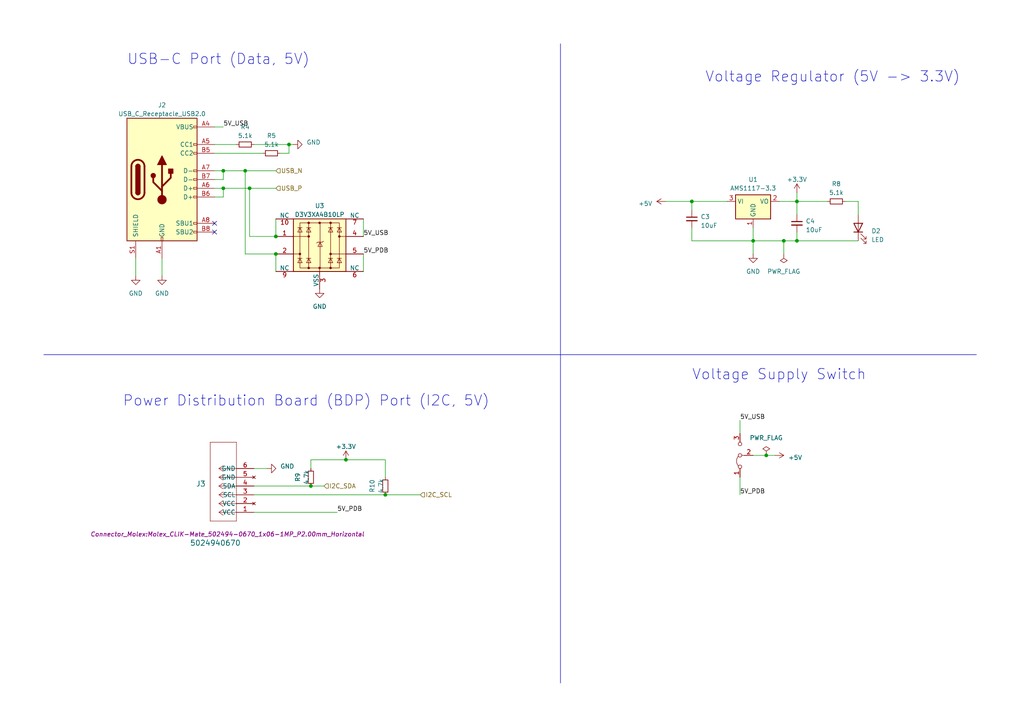
<source format=kicad_sch>
(kicad_sch (version 20230121) (generator eeschema)
  (paper "A4")
  (lib_symbols
    (symbol "2024-04-08_11-05-54:5024940670" (pin_names (offset 0.254))
      (property "Reference" "J3" (at 29.21 -14.605 0))
      (property "Value" "5024940670" (at 19.05 2.54 0))
      (property "Footprint" "Connector_Molex:Molex_CLIK-Mate_502494-0670_1x06-1MP_P2.00mm_Horizontal" (at 22.86 0 0))
      (symbol "5024940670_1_1"
        (polyline (pts (xy 20.32 -26.67) (xy 27.94 -26.67)) (stroke (width 0.127)))
        (polyline (pts (xy 20.32 -3.81) (xy 20.32 -26.67)) (stroke (width 0.127)))
        (polyline (pts (xy 25.4 -19.05) (xy 20.32 -19.05)) (stroke (width 0.127)))
        (polyline (pts (xy 25.4 -19.05) (xy 24.13 -19.8967)) (stroke (width 0.127)))
        (polyline (pts (xy 25.4 -19.05) (xy 24.13 -18.2033)) (stroke (width 0.127)))
        (polyline (pts (xy 25.4 -16.51) (xy 20.32 -16.51)))
        (polyline (pts (xy 25.4 -16.51) (xy 24.13 -17.3567)) (stroke (width 0.127)))
        (polyline (pts (xy 25.4 -16.51) (xy 24.13 -15.6633)) (stroke (width 0.127)))
        (polyline (pts (xy 25.4 -13.97) (xy 20.32 -13.97)) (stroke (width 0.127)))
        (polyline (pts (xy 25.4 -13.97) (xy 24.13 -14.8167)) (stroke (width 0.127)))
        (polyline (pts (xy 25.4 -13.97) (xy 24.13 -13.1233)) (stroke (width 0.127)))
        (polyline (pts (xy 25.4 -11.43) (xy 20.32 -11.43)) (stroke (width 0.127)))
        (polyline (pts (xy 25.4 -11.43) (xy 24.13 -12.2767)) (stroke (width 0.127)))
        (polyline (pts (xy 25.4 -11.43) (xy 24.13 -10.5833)) (stroke (width 0.127)))
        (polyline (pts (xy 25.4 -8.89) (xy 20.32 -8.89)) (stroke (width 0.127)))
        (polyline (pts (xy 25.4 -8.89) (xy 24.13 -9.7367)) (stroke (width 0.127)))
        (polyline (pts (xy 25.4 -8.89) (xy 24.13 -8.0433)) (stroke (width 0.127)))
        (polyline (pts (xy 25.4 -6.35) (xy 20.32 -6.35)) (stroke (width 0.127)))
        (polyline (pts (xy 25.4 -6.35) (xy 24.13 -7.1967)) (stroke (width 0.127)))
        (polyline (pts (xy 25.4 -6.35) (xy 24.13 -5.5033)) (stroke (width 0.127)))
        (polyline (pts (xy 27.94 -26.67) (xy 27.94 -3.81)) (stroke (width 0.127)))
        (polyline (pts (xy 27.94 -3.81) (xy 20.32 -3.81)) (stroke (width 0.127)))
        (pin power_out line (at 15.24 -6.35 0) (length 5.08) (name "VCC") (number "1"))
        (pin no_connect line (at 15.24 -8.89 0) (length 5.08) (name "VCC") (number "2"))
        (pin bidirectional line (at 15.24 -11.43 0) (length 5.08) (name "SCL") (number "3"))
        (pin bidirectional line (at 15.24 -13.97 0) (length 5.08) (name "SDA") (number "4"))
        (pin no_connect line (at 15.24 -16.51 0) (length 5.08) (name "GND") (number "5"))
        (pin power_in line (at 15.24 -19.05 0) (length 5.08) (name "GND") (number "6"))
      )
      (symbol "5024940670_1_2"
        (polyline (pts (xy 5.08 -20.32) (xy 12.7 -20.32)) (stroke (width 0.127)))
        (polyline (pts (xy 5.08 2.54) (xy 5.08 -20.32)) (stroke (width 0.127)))
        (polyline (pts (xy 7.62 -17.78) (xy 5.08 -17.78)) (stroke (width 0.127)))
        (polyline (pts (xy 7.62 -17.78) (xy 8.89 -18.6267)) (stroke (width 0.127)))
        (polyline (pts (xy 7.62 -17.78) (xy 8.89 -16.9333)) (stroke (width 0.127)))
        (polyline (pts (xy 7.62 -15.24) (xy 5.08 -15.24)) (stroke (width 0.127)))
        (polyline (pts (xy 7.62 -15.24) (xy 8.89 -16.0867)) (stroke (width 0.127)))
        (polyline (pts (xy 7.62 -15.24) (xy 8.89 -14.3933)) (stroke (width 0.127)))
        (polyline (pts (xy 7.62 -12.7) (xy 5.08 -12.7)) (stroke (width 0.127)))
        (polyline (pts (xy 7.62 -12.7) (xy 8.89 -13.5467)) (stroke (width 0.127)))
        (polyline (pts (xy 7.62 -12.7) (xy 8.89 -11.8533)) (stroke (width 0.127)))
        (polyline (pts (xy 7.62 -10.16) (xy 5.08 -10.16)) (stroke (width 0.127)))
        (polyline (pts (xy 7.62 -10.16) (xy 8.89 -11.0067)) (stroke (width 0.127)))
        (polyline (pts (xy 7.62 -10.16) (xy 8.89 -9.3133)) (stroke (width 0.127)))
        (polyline (pts (xy 7.62 -7.62) (xy 5.08 -7.62)) (stroke (width 0.127)))
        (polyline (pts (xy 7.62 -7.62) (xy 8.89 -8.4667)) (stroke (width 0.127)))
        (polyline (pts (xy 7.62 -7.62) (xy 8.89 -6.7733)) (stroke (width 0.127)))
        (polyline (pts (xy 7.62 -5.08) (xy 5.08 -5.08)) (stroke (width 0.127)))
        (polyline (pts (xy 7.62 -5.08) (xy 8.89 -5.9267)) (stroke (width 0.127)))
        (polyline (pts (xy 7.62 -5.08) (xy 8.89 -4.2333)) (stroke (width 0.127)))
        (polyline (pts (xy 7.62 -2.54) (xy 5.08 -2.54)) (stroke (width 0.127)))
        (polyline (pts (xy 7.62 -2.54) (xy 8.89 -3.3867)) (stroke (width 0.127)))
        (polyline (pts (xy 7.62 -2.54) (xy 8.89 -1.6933)) (stroke (width 0.127)))
        (polyline (pts (xy 7.62 0) (xy 5.08 0)) (stroke (width 0.127)))
        (polyline (pts (xy 7.62 0) (xy 8.89 -0.8467)) (stroke (width 0.127)))
        (polyline (pts (xy 7.62 0) (xy 8.89 0.8467)) (stroke (width 0.127)))
        (polyline (pts (xy 12.7 -20.32) (xy 12.7 2.54)) (stroke (width 0.127)))
        (polyline (pts (xy 12.7 2.54) (xy 5.08 2.54)) (stroke (width 0.127)))
        (pin unspecified line (at 0 0 0) (length 5.08) (name "1") (number "1"))
        (pin unspecified line (at 0 -2.54 0) (length 5.08) (name "2") (number "2"))
        (pin unspecified line (at 0 -5.08 0) (length 5.08) (name "3") (number "3"))
        (pin unspecified line (at 0 -7.62 0) (length 5.08) (name "4") (number "4"))
        (pin unspecified line (at 0 -10.16 0) (length 5.08) (name "5") (number "5"))
        (pin unspecified line (at 0 -12.7 0) (length 5.08) (name "6") (number "6"))
        (pin unspecified line (at 0 -15.24 0) (length 5.08) (name "7") (number "7"))
        (pin unspecified line (at 0 -17.78 0) (length 5.08) (name "8") (number "8"))
      )
    )
    (symbol "Connector:USB_C_Receptacle_USB2.0" (pin_names (offset 1.016))
      (property "Reference" "J" (at -10.16 19.05 0))
      (property "Value" "USB_C_Receptacle_USB2.0" (at 19.05 19.05 0))
      (symbol "USB_C_Receptacle_USB2.0_0_0"
        (rectangle (start -0.254 -17.78) (end 0.254 -16.764))
        (rectangle (start 10.16 -14.986) (end 9.144 -15.494))
        (rectangle (start 10.16 -12.446) (end 9.144 -12.954))
        (rectangle (start 10.16 -4.826) (end 9.144 -5.334))
        (rectangle (start 10.16 -2.286) (end 9.144 -2.794))
        (rectangle (start 10.16 0.254) (end 9.144 -0.254))
        (rectangle (start 10.16 2.794) (end 9.144 2.286))
        (rectangle (start 10.16 7.874) (end 9.144 7.366))
        (rectangle (start 10.16 10.414) (end 9.144 9.906))
        (rectangle (start 10.16 15.494) (end 9.144 14.986))
      )
      (symbol "USB_C_Receptacle_USB2.0_0_1"
        (rectangle (start -10.16 17.78) (end 10.16 -17.78) (stroke (width 0.254)) (fill (type background)))
        (arc (start -8.89 -3.81) (mid -6.985 -5.7067) (end -5.08 -3.81) (stroke (width 0.508)))
        (arc (start -7.62 -3.81) (mid -6.985 -4.4423) (end -6.35 -3.81) (stroke (width 0.254)))
        (arc (start -7.62 -3.81) (mid -6.985 -4.4423) (end -6.35 -3.81) (stroke (width 0.254)) (fill (type outline)))
        (rectangle (start -7.62 -3.81) (end -6.35 3.81) (stroke (width 0.254)) (fill (type outline)))
        (arc (start -6.35 3.81) (mid -6.985 4.4423) (end -7.62 3.81) (stroke (width 0.254)))
        (arc (start -6.35 3.81) (mid -6.985 4.4423) (end -7.62 3.81) (stroke (width 0.254)) (fill (type outline)))
        (arc (start -5.08 3.81) (mid -6.985 5.7067) (end -8.89 3.81) (stroke (width 0.508)))
        (circle (center -2.54 1.143) (radius 0.635) (stroke (width 0.254)) (fill (type outline)))
        (circle (center 0 -5.842) (radius 1.27) (fill (type outline)))
        (polyline (pts (xy -8.89 -3.81) (xy -8.89 3.81)) (stroke (width 0.508)))
        (polyline (pts (xy -5.08 3.81) (xy -5.08 -3.81)) (stroke (width 0.508)))
        (polyline (pts (xy 0 -5.842) (xy 0 4.318)) (stroke (width 0.508)))
        (polyline (pts (xy 0 -3.302) (xy -2.54 -0.762) (xy -2.54 0.508)) (stroke (width 0.508)))
        (polyline (pts (xy 0 -2.032) (xy 2.54 0.508) (xy 2.54 1.778)) (stroke (width 0.508)))
        (polyline (pts (xy -1.27 4.318) (xy 0 6.858) (xy 1.27 4.318) (xy -1.27 4.318)) (stroke (width 0.254)) (fill (type outline)))
        (rectangle (start 1.905 1.778) (end 3.175 3.048) (stroke (width 0.254)) (fill (type outline)))
      )
      (symbol "USB_C_Receptacle_USB2.0_1_1"
        (pin passive line (at 0 -22.86 90) (length 5.08) (name "GND") (number "A1"))
        (pin passive line (at 0 -22.86 90) (length 5.08) hide (name "GND") (number "A12"))
        (pin passive line (at 15.24 15.24 180) (length 5.08) (name "VBUS") (number "A4"))
        (pin bidirectional line (at 15.24 10.16 180) (length 5.08) (name "CC1") (number "A5"))
        (pin bidirectional line (at 15.24 -2.54 180) (length 5.08) (name "D+") (number "A6"))
        (pin bidirectional line (at 15.24 2.54 180) (length 5.08) (name "D-") (number "A7"))
        (pin bidirectional line (at 15.24 -12.7 180) (length 5.08) (name "SBU1") (number "A8"))
        (pin passive line (at 15.24 15.24 180) (length 5.08) hide (name "VBUS") (number "A9"))
        (pin passive line (at 0 -22.86 90) (length 5.08) hide (name "GND") (number "B1"))
        (pin passive line (at 0 -22.86 90) (length 5.08) hide (name "GND") (number "B12"))
        (pin passive line (at 15.24 15.24 180) (length 5.08) hide (name "VBUS") (number "B4"))
        (pin bidirectional line (at 15.24 7.62 180) (length 5.08) (name "CC2") (number "B5"))
        (pin bidirectional line (at 15.24 -5.08 180) (length 5.08) (name "D+") (number "B6"))
        (pin bidirectional line (at 15.24 0 180) (length 5.08) (name "D-") (number "B7"))
        (pin bidirectional line (at 15.24 -15.24 180) (length 5.08) (name "SBU2") (number "B8"))
        (pin passive line (at 15.24 15.24 180) (length 5.08) hide (name "VBUS") (number "B9"))
        (pin passive line (at -7.62 -22.86 90) (length 5.08) (name "SHIELD") (number "S1"))
      )
    )
    (symbol "Device:C_Small" (pin_numbers hide) (pin_names (offset 0.254) hide)
      (property "Reference" "C" (at 0.254 1.778 0))
      (property "Value" "C_Small" (at 0.254 -2.032 0))
      (symbol "C_Small_0_1"
        (polyline (pts (xy -1.524 -0.508) (xy 1.524 -0.508)) (stroke (width 0.3302)))
        (polyline (pts (xy -1.524 0.508) (xy 1.524 0.508)) (stroke (width 0.3048)))
      )
      (symbol "C_Small_1_1"
        (pin passive line (at 0 2.54 270) (length 2.032) (name "~") (number "1"))
        (pin passive line (at 0 -2.54 90) (length 2.032) (name "~") (number "2"))
      )
    )
    (symbol "Device:LED" (pin_numbers hide) (pin_names (offset 1.016) hide)
      (property "Reference" "D" (at 0 2.54 0))
      (property "Value" "LED" (at 0 -2.54 0))
      (symbol "LED_0_1"
        (polyline (pts (xy -1.27 -1.27) (xy -1.27 1.27)) (stroke (width 0.254)))
        (polyline (pts (xy -1.27 0) (xy 1.27 0)))
        (polyline (pts (xy 1.27 -1.27) (xy 1.27 1.27) (xy -1.27 0) (xy 1.27 -1.27)) (stroke (width 0.254)))
        (polyline (pts (xy -3.048 -0.762) (xy -4.572 -2.286) (xy -3.81 -2.286) (xy -4.572 -2.286) (xy -4.572 -1.524)))
        (polyline (pts (xy -1.778 -0.762) (xy -3.302 -2.286) (xy -2.54 -2.286) (xy -3.302 -2.286) (xy -3.302 -1.524)))
      )
      (symbol "LED_1_1"
        (pin passive line (at -3.81 0 0) (length 2.54) (name "K") (number "1"))
        (pin passive line (at 3.81 0 180) (length 2.54) (name "A") (number "2"))
      )
    )
    (symbol "Device:R_Small" (pin_numbers hide) (pin_names (offset 0.254) hide)
      (property "Reference" "R" (at 0.762 0.508 0))
      (property "Value" "R_Small" (at 0.762 -1.016 0))
      (symbol "R_Small_0_1"
        (rectangle (start -0.762 1.778) (end 0.762 -1.778) (stroke (width 0.2032)))
      )
      (symbol "R_Small_1_1"
        (pin passive line (at 0 2.54 270) (length 0.762) (name "~") (number "1"))
        (pin passive line (at 0 -2.54 90) (length 0.762) (name "~") (number "2"))
      )
    )
    (symbol "Jumper:Jumper_3_Bridged12" (pin_names (offset 0) hide)
      (property "Reference" "JP" (at -2.54 -2.54 0))
      (property "Value" "Jumper_3_Bridged12" (at 0 2.794 0))
      (symbol "Jumper_3_Bridged12_0_0"
        (circle (center -3.302 0) (radius 0.508))
        (circle (center 0 0) (radius 0.508))
        (circle (center 3.302 0) (radius 0.508))
      )
      (symbol "Jumper_3_Bridged12_0_1"
        (arc (start -0.254 0.508) (mid -1.651 0.9912) (end -3.048 0.508))
        (polyline (pts (xy 0 -1.27) (xy 0 -0.508)))
      )
      (symbol "Jumper_3_Bridged12_1_1"
        (pin passive line (at -6.35 0 0) (length 2.54) (name "A") (number "1"))
        (pin passive line (at 0 -3.81 90) (length 2.54) (name "C") (number "2"))
        (pin passive line (at 6.35 0 180) (length 2.54) (name "B") (number "3"))
      )
    )
    (symbol "Power_Protection:D3V3XA4B10LP" (pin_names (offset 0))
      (property "Reference" "U" (at -0.635 8.89 0))
      (property "Value" "D3V3XA4B10LP" (at 8.89 -10.16 0))
      (symbol "D3V3XA4B10LP_0_0"
        (rectangle (start -5.715 6.477) (end 5.715 -6.604))
        (polyline (pts (xy -3.175 -6.604) (xy -3.175 6.477)))
        (polyline (pts (xy 0.127 6.477) (xy 0.127 -6.604)))
        (polyline (pts (xy 3.175 6.477) (xy 3.175 -6.604)))
      )
      (symbol "D3V3XA4B10LP_0_1"
        (rectangle (start -7.62 7.62) (end 7.62 -7.62) (stroke (width 0.254)) (fill (type background)))
        (circle (center -5.715 -2.54) (radius 0.2794) (fill (type outline)))
        (circle (center -3.175 -6.604) (radius 0.2794) (fill (type outline)))
        (circle (center -3.175 2.54) (radius 0.2794) (fill (type outline)))
        (circle (center -3.175 6.477) (radius 0.2794) (fill (type outline)))
        (circle (center 0 -6.604) (radius 0.2794) (fill (type outline)))
        (polyline (pts (xy -7.747 2.54) (xy -3.175 2.54)))
        (polyline (pts (xy -7.62 -2.54) (xy -5.715 -2.54)))
        (polyline (pts (xy -5.08 -3.81) (xy -6.35 -3.81)))
        (polyline (pts (xy -5.08 5.08) (xy -6.35 5.08)))
        (polyline (pts (xy -2.54 -3.81) (xy -3.81 -3.81)))
        (polyline (pts (xy -2.54 5.08) (xy -3.81 5.08)))
        (polyline (pts (xy -0.508 0.889) (xy -0.889 0.635)))
        (polyline (pts (xy 0 -6.604) (xy 0 -7.62)))
        (polyline (pts (xy 0.762 0.889) (xy -0.508 0.889)))
        (polyline (pts (xy 0.762 0.889) (xy 1.143 1.143)))
        (polyline (pts (xy 3.81 -3.81) (xy 2.54 -3.81)))
        (polyline (pts (xy 3.81 5.08) (xy 2.54 5.08)))
        (polyline (pts (xy 6.35 -3.81) (xy 5.08 -3.81)))
        (polyline (pts (xy 6.35 5.08) (xy 5.08 5.08)))
        (polyline (pts (xy 7.62 -2.54) (xy 3.175 -2.54)))
        (polyline (pts (xy 7.62 2.54) (xy 5.715 2.54)))
        (polyline (pts (xy -5.08 -5.08) (xy -6.35 -5.08) (xy -5.715 -3.81) (xy -5.08 -5.08)))
        (polyline (pts (xy -5.08 3.81) (xy -6.35 3.81) (xy -5.715 5.08) (xy -5.08 3.81)))
        (polyline (pts (xy -2.54 -5.08) (xy -3.81 -5.08) (xy -3.175 -3.81) (xy -2.54 -5.08)))
        (polyline (pts (xy -2.54 3.81) (xy -3.81 3.81) (xy -3.175 5.08) (xy -2.54 3.81)))
        (polyline (pts (xy 0.762 -0.381) (xy -0.508 -0.381) (xy 0.127 0.889) (xy 0.762 -0.381)))
        (polyline (pts (xy 3.81 -5.08) (xy 2.54 -5.08) (xy 3.175 -3.81) (xy 3.81 -5.08)))
        (polyline (pts (xy 3.81 3.81) (xy 2.54 3.81) (xy 3.175 5.08) (xy 3.81 3.81)))
        (polyline (pts (xy 6.35 -5.08) (xy 5.08 -5.08) (xy 5.715 -3.81) (xy 6.35 -5.08)))
        (polyline (pts (xy 6.35 3.81) (xy 5.08 3.81) (xy 5.715 5.08) (xy 6.35 3.81)))
        (circle (center 0 6.477) (radius 0.2794) (fill (type outline)))
        (circle (center 3.175 -6.604) (radius 0.2794) (fill (type outline)))
        (circle (center 3.175 -2.54) (radius 0.2794) (fill (type outline)))
        (circle (center 3.175 6.477) (radius 0.2794) (fill (type outline)))
        (circle (center 5.715 2.54) (radius 0.2794) (fill (type outline)))
      )
      (symbol "D3V3XA4B10LP_1_1"
        (pin passive line (at -12.7 2.54 0) (length 5.08) (name "~") (number "1"))
        (pin free line (at -12.7 7.62 0) (length 5.08) (name "NC") (number "10"))
        (pin passive line (at -12.7 -2.54 0) (length 5.08) (name "~") (number "2"))
        (pin power_in line (at 0 -12.7 90) (length 5.08) (name "VSS") (number "3"))
        (pin passive line (at 12.7 2.54 180) (length 5.08) (name "~") (number "4"))
        (pin passive line (at 12.7 -2.54 180) (length 5.08) (name "~") (number "5"))
        (pin free line (at 12.7 -7.62 180) (length 5.08) (name "NC") (number "6"))
        (pin free line (at 12.7 7.62 180) (length 5.08) (name "NC") (number "7"))
        (pin passive line (at 0 -12.7 90) (length 5.08) hide (name "VSS") (number "8"))
        (pin free line (at -12.7 -7.62 0) (length 5.08) (name "NC") (number "9"))
      )
    )
    (symbol "Regulator_Linear:AMS1117-3.3"
      (property "Reference" "U" (at -3.81 3.175 0))
      (property "Value" "AMS1117-3.3" (at 0 3.175 0))
      (symbol "AMS1117-3.3_0_1"
        (rectangle (start -5.08 -5.08) (end 5.08 1.905) (stroke (width 0.254)) (fill (type background)))
      )
      (symbol "AMS1117-3.3_1_1"
        (pin power_in line (at 0 -7.62 90) (length 2.54) (name "GND") (number "1"))
        (pin power_out line (at 7.62 0 180) (length 2.54) (name "VO") (number "2"))
        (pin power_in line (at -7.62 0 0) (length 2.54) (name "VI") (number "3"))
      )
    )
    (symbol "power:+3.3V" (power) (pin_names (offset 0))
      (property "Value" "+3.3V" (at 0 3.556 0))
      (symbol "+3.3V_0_1"
        (polyline (pts (xy -0.762 1.27) (xy 0 2.54)))
        (polyline (pts (xy 0 0) (xy 0 2.54)))
        (polyline (pts (xy 0 2.54) (xy 0.762 1.27)))
      )
      (symbol "+3.3V_1_1"
        (pin power_in line (at 0 0 90) (length 0) hide (name "+3.3V") (number "1"))
      )
    )
    (symbol "power:+5V" (power) (pin_names (offset 0))
      (property "Value" "+5V" (at 0 3.556 0))
      (symbol "+5V_0_1"
        (polyline (pts (xy -0.762 1.27) (xy 0 2.54)))
        (polyline (pts (xy 0 0) (xy 0 2.54)))
        (polyline (pts (xy 0 2.54) (xy 0.762 1.27)))
      )
      (symbol "+5V_1_1"
        (pin power_in line (at 0 0 90) (length 0) hide (name "+5V") (number "1"))
      )
    )
    (symbol "power:GND" (power) (pin_names (offset 0))
      (property "Value" "GND" (at 0 -3.81 0))
      (symbol "GND_0_1"
        (polyline (pts (xy 0 0) (xy 0 -1.27) (xy 1.27 -1.27) (xy 0 -2.54) (xy -1.27 -1.27) (xy 0 -1.27)))
      )
      (symbol "GND_1_1"
        (pin power_in line (at 0 0 270) (length 0) hide (name "GND") (number "1"))
      )
    )
    (symbol "power:PWR_FLAG" (power) (pin_numbers hide) (pin_names (offset 0) hide)
      (property "Value" "PWR_FLAG" (at 0 3.81 0))
      (symbol "PWR_FLAG_0_0"
        (pin power_out line (at 0 0 90) (length 0) (name "pwr") (number "1"))
      )
      (symbol "PWR_FLAG_0_1"
        (polyline (pts (xy 0 0) (xy 0 1.27) (xy -1.016 1.905) (xy 0 2.54) (xy 1.016 1.905) (xy 0 1.27)))
      )
    )
  )
  (junction (at 80.01 73.66))
  (junction (at 222.25 132.08))
  (junction (at 231.14 69.85))
  (junction (at 64.77 49.53))
  (junction (at 218.44 69.85))
  (junction (at 72.39 54.61))
  (junction (at 80.01 68.58))
  (junction (at 100.33 133.35))
  (junction (at 83.82 41.91))
  (junction (at 200.66 58.42))
  (junction (at 227.33 69.85))
  (junction (at 71.12 49.53))
  (junction (at 64.77 54.61))
  (junction (at 231.14 58.42))
  (junction (at 90.17 140.97))
  (junction (at 111.76 143.51))
  (no_connect (at 62.23 67.31))
  (no_connect (at 62.23 64.77))
  (wire (pts (xy 214.63 121.92) (xy 214.63 125.73)))
  (wire (pts (xy 200.66 58.42) (xy 210.82 58.42)))
  (polyline (pts (xy 12.7 102.87) (xy 283.21 102.87)))
  (wire (pts (xy 71.12 73.66) (xy 71.12 49.53)))
  (wire (pts (xy 231.14 58.42) (xy 240.03 58.42)))
  (wire (pts (xy 248.92 69.85) (xy 231.14 69.85)))
  (wire (pts (xy 64.77 57.15) (xy 62.23 57.15)))
  (wire (pts (xy 200.66 58.42) (xy 200.66 60.96)))
  (wire (pts (xy 105.41 73.66) (xy 105.41 78.74)))
  (wire (pts (xy 214.63 138.43) (xy 214.63 143.51)))
  (wire (pts (xy 80.01 63.5) (xy 80.01 68.58)))
  (wire (pts (xy 73.66 148.59) (xy 97.79 148.59)))
  (wire (pts (xy 62.23 44.45) (xy 76.2 44.45)))
  (wire (pts (xy 71.12 73.66) (xy 80.01 73.66)))
  (wire (pts (xy 227.33 69.85) (xy 231.14 69.85)))
  (wire (pts (xy 81.28 44.45) (xy 83.82 44.45)))
  (wire (pts (xy 73.66 41.91) (xy 83.82 41.91)))
  (wire (pts (xy 73.66 140.97) (xy 90.17 140.97)))
  (wire (pts (xy 62.23 41.91) (xy 68.58 41.91)))
  (wire (pts (xy 80.01 73.66) (xy 80.01 78.74)))
  (wire (pts (xy 72.39 68.58) (xy 72.39 54.61)))
  (wire (pts (xy 111.76 133.35) (xy 111.76 138.43)))
  (wire (pts (xy 227.33 69.85) (xy 218.44 69.85)))
  (polyline (pts (xy 162.56 12.7) (xy 162.56 198.12)))
  (wire (pts (xy 62.23 54.61) (xy 64.77 54.61)))
  (wire (pts (xy 200.66 69.85) (xy 218.44 69.85)))
  (wire (pts (xy 72.39 54.61) (xy 80.01 54.61)))
  (wire (pts (xy 121.92 143.51) (xy 111.76 143.51)))
  (wire (pts (xy 111.76 143.51) (xy 73.66 143.51)))
  (wire (pts (xy 64.77 49.53) (xy 71.12 49.53)))
  (wire (pts (xy 231.14 58.42) (xy 231.14 62.23)))
  (wire (pts (xy 231.14 67.31) (xy 231.14 69.85)))
  (wire (pts (xy 100.33 133.35) (xy 111.76 133.35)))
  (wire (pts (xy 62.23 52.07) (xy 64.77 52.07)))
  (wire (pts (xy 64.77 54.61) (xy 72.39 54.61)))
  (wire (pts (xy 231.14 55.88) (xy 231.14 58.42)))
  (wire (pts (xy 64.77 49.53) (xy 64.77 52.07)))
  (wire (pts (xy 218.44 132.08) (xy 222.25 132.08)))
  (wire (pts (xy 218.44 66.04) (xy 218.44 69.85)))
  (wire (pts (xy 71.12 49.53) (xy 80.01 49.53)))
  (wire (pts (xy 64.77 54.61) (xy 64.77 57.15)))
  (wire (pts (xy 218.44 69.85) (xy 218.44 73.66)))
  (wire (pts (xy 105.41 63.5) (xy 105.41 68.58)))
  (wire (pts (xy 90.17 133.35) (xy 100.33 133.35)))
  (wire (pts (xy 39.37 74.93) (xy 39.37 80.01)))
  (wire (pts (xy 62.23 49.53) (xy 64.77 49.53)))
  (wire (pts (xy 90.17 135.89) (xy 90.17 133.35)))
  (wire (pts (xy 83.82 41.91) (xy 85.09 41.91)))
  (wire (pts (xy 90.17 140.97) (xy 93.98 140.97)))
  (wire (pts (xy 200.66 66.04) (xy 200.66 69.85)))
  (wire (pts (xy 72.39 68.58) (xy 80.01 68.58)))
  (wire (pts (xy 222.25 132.08) (xy 224.79 132.08)))
  (wire (pts (xy 73.66 135.89) (xy 77.47 135.89)))
  (wire (pts (xy 83.82 44.45) (xy 83.82 41.91)))
  (wire (pts (xy 46.99 74.93) (xy 46.99 80.01)))
  (wire (pts (xy 226.06 58.42) (xy 231.14 58.42)))
  (wire (pts (xy 248.92 58.42) (xy 248.92 62.23)))
  (wire (pts (xy 193.04 58.42) (xy 200.66 58.42)))
  (wire (pts (xy 245.11 58.42) (xy 248.92 58.42)))
  (wire (pts (xy 62.23 36.83) (xy 64.77 36.83)))
  (wire (pts (xy 227.33 69.85) (xy 227.33 73.66)))
  (text "USB-C Port (Data, 5V)" (at 36.83 19.05 0) (effects (font (size 3 3)) (justify left bottom)))
  (text "Voltage Regulator (5V -> 3.3V)" (at 204.47 24.13 0) (effects (font (size 3 3)) (justify left bottom)))
  (text "Power Distribution Board (BDP) Port (I2C, 5V)" (at 35.56 118.11 0) (effects (font (size 3 3)) (justify left bottom)))
  (text "Voltage Supply Switch" (at 200.66 110.49 0) (effects (font (size 3 3)) (justify left bottom)))
  (label "5V_PDB" (at 105.41 73.66 0))
  (label "5V_USB" (at 214.63 121.92 0))
  (label "5V_USB" (at 105.41 68.58 0))
  (label "5V_PDB" (at 97.79 148.59 0))
  (label "5V_PDB" (at 214.63 143.51 0))
  (label "5V_USB" (at 64.77 36.83 0))
  (hierarchical_label "I2C_SDA" (shape input) (at 93.98 140.97 0))
  (hierarchical_label "USB_P" (shape input) (at 80.01 54.61 0))
  (hierarchical_label "I2C_SCL" (shape input) (at 121.92 143.51 0))
  (hierarchical_label "USB_N" (shape input) (at 80.01 49.53 0))
  (symbol (lib_id "power:+3.3V") (at 100.33 133.35 0) (unit 1)
    (property "Reference" "#PWR023" (effects hide))
    (property "Value" "+3.3V" (at 100.33 129.54 0))
  )
  (symbol (lib_id "Device:C_Small") (at 231.14 64.77 0) (unit 1)
    (property "Reference" "C4" (at 233.68 64.1413 0) (effects (justify left)))
    (property "Value" "10uF" (at 233.68 66.6813 0) (effects (justify left)))
    (property "Footprint" "Capacitor_SMD:C_0805_2012Metric" (effects hide))
    (property "LCSC" "C15850" (effects hide))
  )
  (symbol (lib_id "Device:R_Small") (at 90.17 138.43 180) (unit 1)
    (property "Reference" "R9" (at 86.36 138.43 90))
    (property "Value" "4.7k" (at 88.9 138.43 90))
    (property "Footprint" "Resistor_SMD:R_0805_2012Metric" (effects hide))
    (property "LCSC" "C17673" (effects hide))
  )
  (symbol (lib_id "power:GND") (at 39.37 80.01 0) (unit 1)
    (property "Reference" "#PWR015" (effects hide))
    (property "Value" "GND" (at 39.37 85.09 0))
  )
  (symbol (lib_id "Device:LED") (at 248.92 66.04 90) (unit 1)
    (property "Reference" "D2" (at 252.73 66.9925 90) (effects (justify right)))
    (property "Value" "LED" (at 252.73 69.5325 90) (effects (justify right)))
    (property "Footprint" "LED_SMD:LED_0603_1608Metric" (effects hide))
    (property "LCSC" "C2286" (effects hide))
  )
  (symbol (lib_id "Device:R_Small") (at 111.76 140.97 180) (unit 1)
    (property "Reference" "R10" (at 107.95 140.97 90))
    (property "Value" "4.7k" (at 110.49 140.97 90))
    (property "Footprint" "Resistor_SMD:R_0805_2012Metric" (effects hide))
    (property "LCSC" "C17673" (effects hide))
  )
  (symbol (lib_id "Jumper:Jumper_3_Bridged12") (at 214.63 132.08 90) (unit 1)
    (property "Reference" "JP1" (effects hide))
    (property "Value" "Jumper_3_Bridged12" (effects hide))
    (property "Footprint" "Connector_PinHeader_2.00mm:PinHeader_1x03_P2.00mm_Vertical" (effects hide))
  )
  (symbol (lib_id "Device:R_Small") (at 78.74 44.45 90) (unit 1)
    (property "Reference" "R5" (at 78.74 39.37 90))
    (property "Value" "5.1k" (at 78.74 41.91 90))
    (property "Footprint" "Resistor_SMD:R_0805_2012Metric" (effects hide))
    (property "LCSC" "C27834" (effects hide))
  )
  (symbol (lib_id "Device:C_Small") (at 200.66 63.5 0) (unit 1)
    (property "Reference" "C3" (at 203.2 62.8713 0) (effects (justify left)))
    (property "Value" "10uF" (at 203.2 65.4113 0) (effects (justify left)))
    (property "Footprint" "Capacitor_SMD:C_0805_2012Metric" (effects hide))
    (property "LCSC" "C15850" (effects hide))
  )
  (symbol (lib_id "power:PWR_FLAG") (at 222.25 132.08 0) (unit 1)
    (property "Reference" "#FLG01" (effects hide))
    (property "Value" "PWR_FLAG" (at 222.25 127 0))
  )
  (symbol (lib_id "power:PWR_FLAG") (at 227.33 73.66 180) (unit 1)
    (property "Reference" "#FLG03" (effects hide))
    (property "Value" "PWR_FLAG" (at 227.33 78.74 0))
  )
  (symbol (lib_id "power:GND") (at 85.09 41.91 90) (unit 1)
    (property "Reference" "#PWR016" (effects hide))
    (property "Value" "GND" (at 88.9 41.275 90) (effects (justify right)))
  )
  (symbol (lib_id "power:GND") (at 46.99 80.01 0) (unit 1)
    (property "Reference" "#PWR09" (effects hide))
    (property "Value" "GND" (at 46.99 85.09 0))
  )
  (symbol (lib_id "Power_Protection:D3V3XA4B10LP") (at 92.71 71.12 0) (unit 1)
    (property "Reference" "U3" (at 92.71 59.69 0))
    (property "Value" "D3V3XA4B10LP" (at 92.71 62.23 0))
    (property "Footprint" "Package_DFN_QFN:Diodes_UDFN-10_1.0x2.5mm_P0.5mm" (effects hide))
    (property "Datasheet" "https://www.diodes.com/assets/Datasheets/D3V3XA4B10LP.pdf" (effects hide))
    (property "LCSC" "C1980462" (effects hide))
  )
  (symbol (lib_id "Device:R_Small") (at 71.12 41.91 90) (unit 1)
    (property "Reference" "R4" (at 71.12 36.83 90))
    (property "Value" "5.1k" (at 71.12 39.37 90))
    (property "Footprint" "Resistor_SMD:R_0805_2012Metric" (effects hide))
    (property "LCSC" "C27834" (effects hide))
  )
  (symbol (lib_id "Connector:USB_C_Receptacle_USB2.0") (at 46.99 52.07 0) (unit 1)
    (property "Reference" "J2" (at 46.99 30.48 0))
    (property "Value" "USB_C_Receptacle_USB2.0" (at 46.99 33.02 0))
    (property "Footprint" "Connector_USB:USB_C_Receptacle_HRO_TYPE-C-31-M-12" (effects hide))
    (property "Datasheet" "https://wmsc.lcsc.com/wmsc/upload/file/pdf/v2/lcsc/2205251630_Korean-Hroparts-Elec-TYPE-C-31-M-12_C165948.pdf" (effects hide))
    (property "LCSC" "C165948" (effects hide))
  )
  (symbol (lib_id "power:GND") (at 218.44 73.66 0) (unit 1)
    (property "Reference" "#PWR019" (effects hide))
    (property "Value" "GND" (at 218.44 78.74 0))
  )
  (symbol (lib_id "power:+3.3V") (at 231.14 55.88 0) (unit 1)
    (property "Reference" "#PWR020" (effects hide))
    (property "Value" "+3.3V" (at 231.14 52.07 0))
  )
  (symbol (lib_id "Regulator_Linear:AMS1117-3.3") (at 218.44 58.42 0) (unit 1)
    (property "Reference" "U1" (at 218.44 52.07 0))
    (property "Value" "AMS1117-3.3" (at 218.44 54.61 0))
    (property "Footprint" "Package_TO_SOT_SMD:SOT-223-3_TabPin2" (effects hide))
    (property "Datasheet" "http://www.advanced-monolithic.com/pdf/ds1117.pdf" (effects hide))
    (property "LCSC" "C6186" (effects hide))
  )
  (symbol (lib_id "power:GND") (at 92.71 83.82 0) (unit 1)
    (property "Reference" "#PWR017" (effects hide))
    (property "Value" "GND" (at 92.71 88.9 0))
  )
  (symbol (lib_id "power:+5V") (at 193.04 58.42 90) (unit 1)
    (property "Reference" "#PWR018" (effects hide))
    (property "Value" "+5V" (at 189.23 59.055 90) (effects (justify left)))
  )
  (symbol (lib_id "power:+5V") (at 224.79 132.08 270) (unit 1)
    (property "Reference" "#PWR021" (effects hide))
    (property "Value" "+5V" (at 228.6 132.715 90) (effects (justify left)))
  )
  (symbol (lib_id "Device:R_Small") (at 242.57 58.42 90) (unit 1)
    (property "Reference" "R8" (at 242.57 53.34 90))
    (property "Value" "5.1k" (at 242.57 55.88 90))
    (property "Footprint" "Resistor_SMD:R_0805_2012Metric" (effects hide))
    (property "LCSC" "C27834" (effects hide))
  )
  (symbol (lib_id "2024-04-08_11-05-54:5024940670") (at 88.9 154.94 180) (unit 1)
    (property "Reference" "J3" (at 59.69 140.335 0) (effects (font (size 1.524 1.524)) (justify left)))
    (property "Value" "5024940670" (at 69.85 157.48 0) (effects (font (size 1.524 1.524)) (justify left)))
    (property "Footprint" "Connector_Molex:Molex_CLIK-Mate_502494-0670_1x06-1MP_P2.00mm_Horizontal" (at 66.04 154.94 0) (effects (font italic)))
    (property "LCSC" "C587930" (effects hide))
  )
  (symbol (lib_id "power:GND") (at 77.47 135.89 90) (unit 1)
    (property "Reference" "#PWR022" (effects hide))
    (property "Value" "GND" (at 81.28 135.255 90) (effects (justify right)))
  )
)
</source>
